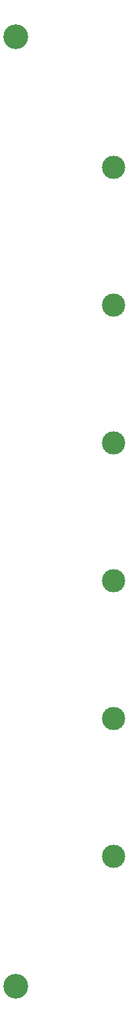
<source format=gbr>
G04 #@! TF.GenerationSoftware,KiCad,Pcbnew,(5.1.9)-1*
G04 #@! TF.CreationDate,2021-04-27T02:11:02+02:00*
G04 #@! TF.ProjectId,Clock Divider Front,436c6f63-6b20-4446-9976-696465722046,rev?*
G04 #@! TF.SameCoordinates,Original*
G04 #@! TF.FileFunction,Soldermask,Bot*
G04 #@! TF.FilePolarity,Negative*
%FSLAX46Y46*%
G04 Gerber Fmt 4.6, Leading zero omitted, Abs format (unit mm)*
G04 Created by KiCad (PCBNEW (5.1.9)-1) date 2021-04-27 02:11:02*
%MOMM*%
%LPD*%
G01*
G04 APERTURE LIST*
%ADD10C,3.000000*%
%ADD11C,3.200000*%
G04 APERTURE END LIST*
D10*
G04 #@! TO.C,REF\u002A\u002A*
X20150000Y-108700000D03*
G04 #@! TD*
G04 #@! TO.C,REF\u002A\u002A*
X20150000Y-90920000D03*
G04 #@! TD*
G04 #@! TO.C,REF\u002A\u002A*
X20150000Y-73140000D03*
G04 #@! TD*
G04 #@! TO.C,REF\u002A\u002A*
X20150000Y-55360000D03*
G04 #@! TD*
G04 #@! TO.C,REF\u002A\u002A*
X20150000Y-37580000D03*
G04 #@! TD*
G04 #@! TO.C,REF\u002A\u002A*
X20150000Y-19800000D03*
G04 #@! TD*
D11*
G04 #@! TO.C,REF\u002A\u002A*
X7500000Y-125500000D03*
X7500000Y-3000000D03*
G04 #@! TD*
M02*

</source>
